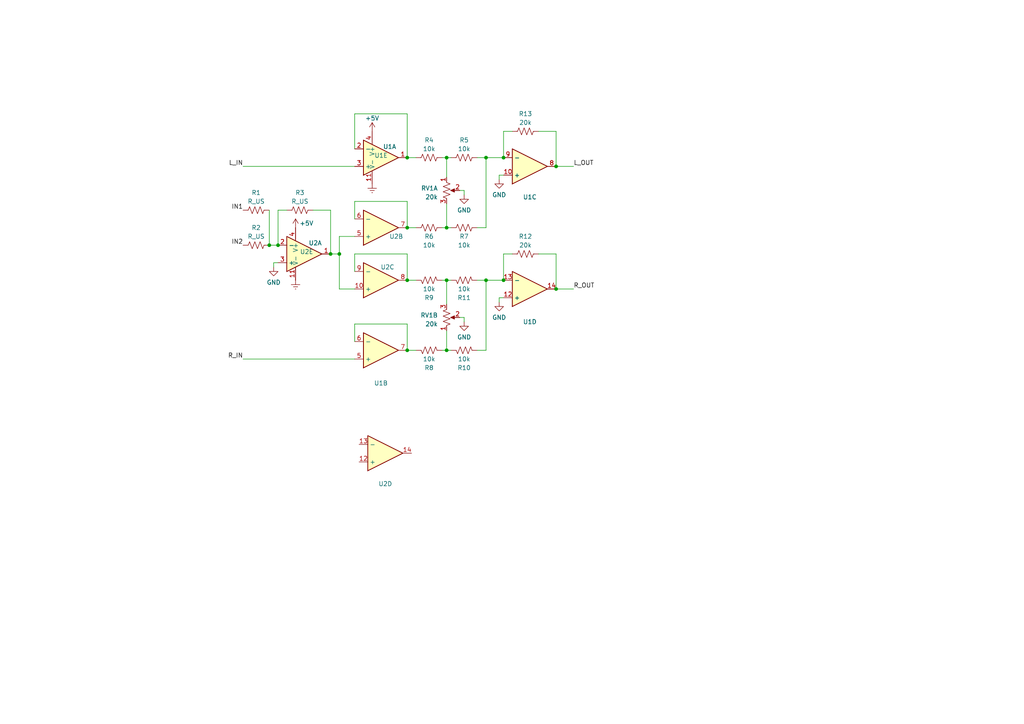
<source format=kicad_sch>
(kicad_sch (version 20230121) (generator eeschema)
  (paper "A4")
  (lib_symbols
    (symbol "Device:Opamp_Quad"
      (property "Reference" "U" (at 0 5.08 0))
      (property "Value" "Opamp_Quad" (at 0 -5.08 0))
      (symbol "Opamp_Quad_1_1"
        (polyline (pts (xy -5.08 5.08) (xy 5.08 0) (xy -5.08 -5.08) (xy -5.08 5.08)) (stroke (width 0.254)) (fill (type background)))
        (pin output line (at 7.62 0 180) (length 2.54) (name "~") (number "1"))
        (pin input line (at -7.62 -2.54 0) (length 2.54) (name "-") (number "2"))
        (pin input line (at -7.62 2.54 0) (length 2.54) (name "+") (number "3"))
      )
      (symbol "Opamp_Quad_2_1"
        (polyline (pts (xy -5.08 5.08) (xy 5.08 0) (xy -5.08 -5.08) (xy -5.08 5.08)) (stroke (width 0.254)) (fill (type background)))
        (pin input line (at -7.62 2.54 0) (length 2.54) (name "+") (number "5"))
        (pin input line (at -7.62 -2.54 0) (length 2.54) (name "-") (number "6"))
        (pin output line (at 7.62 0 180) (length 2.54) (name "~") (number "7"))
      )
      (symbol "Opamp_Quad_3_1"
        (polyline (pts (xy -5.08 5.08) (xy 5.08 0) (xy -5.08 -5.08) (xy -5.08 5.08)) (stroke (width 0.254)) (fill (type background)))
        (pin input line (at -7.62 2.54 0) (length 2.54) (name "+") (number "10"))
        (pin output line (at 7.62 0 180) (length 2.54) (name "~") (number "8"))
        (pin input line (at -7.62 -2.54 0) (length 2.54) (name "-") (number "9"))
      )
      (symbol "Opamp_Quad_4_1"
        (polyline (pts (xy -5.08 5.08) (xy 5.08 0) (xy -5.08 -5.08) (xy -5.08 5.08)) (stroke (width 0.254)) (fill (type background)))
        (pin input line (at -7.62 2.54 0) (length 2.54) (name "+") (number "12"))
        (pin input line (at -7.62 -2.54 0) (length 2.54) (name "-") (number "13"))
        (pin output line (at 7.62 0 180) (length 2.54) (name "~") (number "14"))
      )
      (symbol "Opamp_Quad_5_1"
        (pin power_in line (at -2.54 -7.62 90) (length 3.81) (name "V-") (number "11"))
        (pin power_in line (at -2.54 7.62 270) (length 3.81) (name "V+") (number "4"))
      )
    )
    (symbol "Device:R_US" (pin_numbers hide) (pin_names (offset 0))
      (property "Reference" "R" (at 2.54 0 90))
      (property "Value" "R_US" (at -2.54 0 90))
      (symbol "R_US_0_1"
        (polyline (pts (xy 0 -2.286) (xy 0 -2.54)))
        (polyline (pts (xy 0 2.286) (xy 0 2.54)))
        (polyline (pts (xy 0 -0.762) (xy 1.016 -1.143) (xy 0 -1.524) (xy -1.016 -1.905) (xy 0 -2.286)))
        (polyline (pts (xy 0 0.762) (xy 1.016 0.381) (xy 0 0) (xy -1.016 -0.381) (xy 0 -0.762)))
        (polyline (pts (xy 0 2.286) (xy 1.016 1.905) (xy 0 1.524) (xy -1.016 1.143) (xy 0 0.762)))
      )
      (symbol "R_US_1_1"
        (pin passive line (at 0 3.81 270) (length 1.27) (name "~") (number "1"))
        (pin passive line (at 0 -3.81 90) (length 1.27) (name "~") (number "2"))
      )
    )
    (symbol "openmic:R_Potentiometer_US_Dual" (pin_names (offset 1.016) hide)
      (property "Reference" "RV" (at -4.445 0 90))
      (property "Value" "R_Potentiometer_US_Dual" (at -2.54 0 90))
      (symbol "R_Potentiometer_US_Dual_0_1"
        (polyline (pts (xy 0 -2.286) (xy 0 -2.54)))
        (polyline (pts (xy 0 2.54) (xy 0 2.286)))
        (polyline (pts (xy 2.54 0) (xy 1.524 0)))
        (polyline (pts (xy 1.143 0) (xy 2.286 0.508) (xy 2.286 -0.508) (xy 1.143 0)) (fill (type outline)))
        (polyline (pts (xy 0 -0.762) (xy 1.016 -1.143) (xy 0 -1.524) (xy -1.016 -1.905) (xy 0 -2.286)))
        (polyline (pts (xy 0 0.762) (xy 1.016 0.381) (xy 0 0) (xy -1.016 -0.381) (xy 0 -0.762)))
        (polyline (pts (xy 0 2.286) (xy 1.016 1.905) (xy 0 1.524) (xy -1.016 1.143) (xy 0 0.762)))
      )
      (symbol "R_Potentiometer_US_Dual_1_1"
        (pin passive line (at 0 3.81 270) (length 1.27) (name "1") (number "1"))
        (pin passive line (at 3.81 0 180) (length 1.27) (name "2") (number "2"))
        (pin passive line (at 0 -3.81 90) (length 1.27) (name "3") (number "3"))
      )
      (symbol "R_Potentiometer_US_Dual_2_1"
        (pin passive line (at 0 3.81 270) (length 1.27) (name "1") (number "1"))
        (pin passive line (at 3.81 0 180) (length 1.27) (name "2") (number "2"))
        (pin passive line (at 0 -3.81 90) (length 1.27) (name "3") (number "3"))
      )
    )
    (symbol "power:+5V" (power) (pin_names (offset 0))
      (property "Value" "+5V" (at 0 3.556 0))
      (symbol "+5V_0_1"
        (polyline (pts (xy -0.762 1.27) (xy 0 2.54)))
        (polyline (pts (xy 0 0) (xy 0 2.54)))
        (polyline (pts (xy 0 2.54) (xy 0.762 1.27)))
      )
      (symbol "+5V_1_1"
        (pin power_in line (at 0 0 90) (length 0) hide (name "+5V") (number "1"))
      )
    )
    (symbol "power:Earth" (power) (pin_names (offset 0))
      (symbol "Earth_0_1"
        (polyline (pts (xy -0.635 -1.905) (xy 0.635 -1.905)))
        (polyline (pts (xy -0.127 -2.54) (xy 0.127 -2.54)))
        (polyline (pts (xy 0 -1.27) (xy 0 0)))
        (polyline (pts (xy 1.27 -1.27) (xy -1.27 -1.27)))
      )
      (symbol "Earth_1_1"
        (pin power_in line (at 0 0 270) (length 0) hide (name "Earth") (number "1"))
      )
    )
    (symbol "power:GND" (power) (pin_names (offset 0))
      (property "Value" "GND" (at 0 -3.81 0))
      (symbol "GND_0_1"
        (polyline (pts (xy 0 0) (xy 0 -1.27) (xy 1.27 -1.27) (xy 0 -2.54) (xy -1.27 -1.27) (xy 0 -1.27)))
      )
      (symbol "GND_1_1"
        (pin power_in line (at 0 0 270) (length 0) hide (name "GND") (number "1"))
      )
    )
  )
  (junction (at 118.11 45.72))
  (junction (at 140.97 45.72))
  (junction (at 146.05 81.28))
  (junction (at 129.54 66.04))
  (junction (at 118.11 66.04))
  (junction (at 140.97 81.28))
  (junction (at 80.645 71.12))
  (junction (at 118.11 101.6))
  (junction (at 146.05 45.72))
  (junction (at 129.54 45.72))
  (junction (at 118.11 81.28))
  (junction (at 78.105 71.12))
  (junction (at 129.54 101.6))
  (junction (at 161.29 83.82))
  (junction (at 98.425 73.66))
  (junction (at 161.29 48.26))
  (junction (at 129.54 81.28))
  (junction (at 95.885 73.66))
  (wire (pts (xy 156.21 73.66) (xy 161.29 73.66)))
  (wire (pts (xy 138.43 101.6) (xy 140.97 101.6)))
  (wire (pts (xy 70.485 48.26) (xy 102.87 48.26)))
  (wire (pts (xy 138.43 66.04) (xy 140.97 66.04)))
  (wire (pts (xy 102.87 63.5) (xy 102.87 58.42)))
  (wire (pts (xy 138.43 81.28) (xy 140.97 81.28)))
  (wire (pts (xy 78.105 60.96) (xy 78.105 71.12)))
  (wire (pts (xy 120.65 81.28) (xy 118.11 81.28)))
  (wire (pts (xy 140.97 45.72) (xy 146.05 45.72)))
  (wire (pts (xy 134.62 93.345) (xy 134.62 92.075)))
  (wire (pts (xy 144.78 50.8) (xy 146.05 50.8)))
  (wire (pts (xy 98.425 68.58) (xy 102.87 68.58)))
  (wire (pts (xy 102.87 43.18) (xy 102.87 33.02)))
  (wire (pts (xy 138.43 45.72) (xy 140.97 45.72)))
  (wire (pts (xy 161.29 48.26) (xy 166.37 48.26)))
  (wire (pts (xy 80.645 71.12) (xy 80.645 60.96)))
  (wire (pts (xy 148.59 73.66) (xy 146.05 73.66)))
  (wire (pts (xy 79.375 77.47) (xy 79.375 76.2)))
  (wire (pts (xy 129.54 101.6) (xy 130.81 101.6)))
  (wire (pts (xy 161.29 83.82) (xy 166.37 83.82)))
  (wire (pts (xy 146.05 73.66) (xy 146.05 81.28)))
  (wire (pts (xy 140.97 81.28) (xy 146.05 81.28)))
  (wire (pts (xy 102.87 58.42) (xy 118.11 58.42)))
  (wire (pts (xy 95.885 60.96) (xy 95.885 73.66)))
  (wire (pts (xy 120.65 101.6) (xy 118.11 101.6)))
  (wire (pts (xy 129.54 45.72) (xy 130.81 45.72)))
  (wire (pts (xy 129.54 66.04) (xy 130.81 66.04)))
  (wire (pts (xy 134.62 56.515) (xy 134.62 55.245)))
  (wire (pts (xy 128.27 45.72) (xy 129.54 45.72)))
  (wire (pts (xy 118.11 58.42) (xy 118.11 66.04)))
  (wire (pts (xy 79.375 76.2) (xy 80.645 76.2)))
  (wire (pts (xy 78.105 71.12) (xy 80.645 71.12)))
  (wire (pts (xy 118.11 66.04) (xy 120.65 66.04)))
  (wire (pts (xy 98.425 73.66) (xy 98.425 83.82)))
  (wire (pts (xy 102.87 83.82) (xy 98.425 83.82)))
  (wire (pts (xy 118.11 33.02) (xy 118.11 45.72)))
  (wire (pts (xy 128.27 101.6) (xy 129.54 101.6)))
  (wire (pts (xy 134.62 92.075) (xy 133.35 92.075)))
  (wire (pts (xy 140.97 45.72) (xy 140.97 66.04)))
  (wire (pts (xy 102.87 93.98) (xy 118.11 93.98)))
  (wire (pts (xy 102.87 33.02) (xy 118.11 33.02)))
  (wire (pts (xy 129.54 59.055) (xy 129.54 66.04)))
  (wire (pts (xy 102.87 99.06) (xy 102.87 93.98)))
  (wire (pts (xy 90.805 60.96) (xy 95.885 60.96)))
  (wire (pts (xy 140.97 101.6) (xy 140.97 81.28)))
  (wire (pts (xy 80.645 60.96) (xy 83.185 60.96)))
  (wire (pts (xy 95.885 73.66) (xy 98.425 73.66)))
  (wire (pts (xy 102.87 73.66) (xy 118.11 73.66)))
  (wire (pts (xy 144.78 86.36) (xy 146.05 86.36)))
  (wire (pts (xy 118.11 73.66) (xy 118.11 81.28)))
  (wire (pts (xy 148.59 38.1) (xy 146.05 38.1)))
  (wire (pts (xy 70.485 104.14) (xy 102.87 104.14)))
  (wire (pts (xy 144.78 87.63) (xy 144.78 86.36)))
  (wire (pts (xy 156.21 38.1) (xy 161.29 38.1)))
  (wire (pts (xy 129.54 95.885) (xy 129.54 101.6)))
  (wire (pts (xy 98.425 73.66) (xy 98.425 68.58)))
  (wire (pts (xy 161.29 38.1) (xy 161.29 48.26)))
  (wire (pts (xy 128.27 81.28) (xy 129.54 81.28)))
  (wire (pts (xy 134.62 55.245) (xy 133.35 55.245)))
  (wire (pts (xy 144.78 52.07) (xy 144.78 50.8)))
  (wire (pts (xy 128.27 66.04) (xy 129.54 66.04)))
  (wire (pts (xy 161.29 73.66) (xy 161.29 83.82)))
  (wire (pts (xy 102.87 78.74) (xy 102.87 73.66)))
  (wire (pts (xy 129.54 88.265) (xy 129.54 81.28)))
  (wire (pts (xy 129.54 51.435) (xy 129.54 45.72)))
  (wire (pts (xy 129.54 81.28) (xy 130.81 81.28)))
  (wire (pts (xy 118.11 93.98) (xy 118.11 101.6)))
  (wire (pts (xy 146.05 38.1) (xy 146.05 45.72)))
  (wire (pts (xy 118.11 45.72) (xy 120.65 45.72)))
  (label "IN2" (at 70.485 71.12 180))
  (label "IN1" (at 70.485 60.96 180))
  (label "L_OUT" (at 166.37 48.26 0))
  (label "L_IN" (at 70.485 48.26 180))
  (label "R_IN" (at 70.485 104.14 180))
  (label "R_OUT" (at 166.37 83.82 0))
  (symbol (lib_id "power:+5V") (at 107.95 38.1 0) (unit 1)
    (property "Reference" "#PWR04" (effects hide))
    (property "Value" "+5V" (at 107.95 34.29 0))
  )
  (symbol (lib_id "Device:Opamp_Quad") (at 153.67 48.26 0) (mirror x) (unit 3)
    (property "Reference" "U1" (at 153.67 57.15 0))
    (property "Value" "Opamp_Quad" (effects hide))
  )
  (symbol (lib_id "power:GND") (at 134.62 93.345 0) (unit 1)
    (property "Reference" "#PWR08" (effects hide))
    (property "Value" "GND" (at 134.62 97.79 0))
  )
  (symbol (lib_id "Device:R_US") (at 86.995 60.96 90) (unit 1)
    (property "Reference" "R3" (at 86.995 55.88 90))
    (property "Value" "R_US" (at 86.995 58.42 90))
  )
  (symbol (lib_id "Device:R_US") (at 124.46 45.72 90) (unit 1)
    (property "Reference" "R4" (at 124.46 40.64 90))
    (property "Value" "10k" (at 124.46 43.18 90))
  )
  (symbol (lib_id "Device:R_US") (at 124.46 81.28 90) (mirror x) (unit 1)
    (property "Reference" "R9" (at 124.46 86.36 90))
    (property "Value" "10k" (at 124.46 83.82 90))
  )
  (symbol (lib_id "power:Earth") (at 85.725 81.28 0) (unit 1)
    (property "Reference" "#PWR03" (effects hide))
    (property "Value" "Earth" (effects hide))
  )
  (symbol (lib_id "Device:R_US") (at 74.295 71.12 90) (unit 1)
    (property "Reference" "R2" (at 74.295 66.04 90))
    (property "Value" "R_US" (at 74.295 68.58 90))
  )
  (symbol (lib_id "Device:Opamp_Quad") (at 88.265 73.66 0) (unit 5)
    (property "Reference" "U2" (at 86.995 73.025 0) (effects (justify left)))
    (property "Value" "Opamp_Quad" (effects hide))
  )
  (symbol (lib_id "openmic:R_Potentiometer_US_Dual") (at 129.54 55.245 0) (unit 1)
    (property "Reference" "RV1" (at 127 54.61 0) (effects (justify right)))
    (property "Value" "20k" (at 127 57.15 0) (effects (justify right)))
  )
  (symbol (lib_id "Device:Opamp_Quad") (at 110.49 101.6 0) (mirror x) (unit 2)
    (property "Reference" "U1" (at 110.49 111.125 0))
    (property "Value" "Opamp_Quad" (effects hide))
  )
  (symbol (lib_id "Device:R_US") (at 134.62 101.6 90) (mirror x) (unit 1)
    (property "Reference" "R10" (at 134.62 106.68 90))
    (property "Value" "10k" (at 134.62 104.14 90))
  )
  (symbol (lib_id "Device:Opamp_Quad") (at 110.49 45.72 0) (unit 5)
    (property "Reference" "U1" (at 108.585 45.085 0) (effects (justify left)))
    (property "Value" "Opamp_Quad" (effects hide))
  )
  (symbol (lib_id "Device:R_US") (at 152.4 38.1 90) (unit 1)
    (property "Reference" "R13" (at 152.4 33.02 90))
    (property "Value" "20k" (at 152.4 35.56 90))
  )
  (symbol (lib_id "power:Earth") (at 107.95 53.34 0) (unit 1)
    (property "Reference" "#PWR05" (effects hide))
    (property "Value" "Earth" (effects hide))
  )
  (symbol (lib_id "Device:Opamp_Quad") (at 110.49 66.04 0) (mirror x) (unit 2)
    (property "Reference" "U2" (at 114.935 68.58 0))
    (property "Value" "Opamp_Quad" (effects hide))
  )
  (symbol (lib_id "power:+5V") (at 85.725 66.04 0) (unit 1)
    (property "Reference" "#PWR02" (effects hide))
    (property "Value" "+5V" (at 88.9 64.77 0))
  )
  (symbol (lib_id "Device:R_US") (at 152.4 73.66 90) (unit 1)
    (property "Reference" "R12" (at 152.4 68.58 90))
    (property "Value" "20k" (at 152.4 71.12 90))
  )
  (symbol (lib_id "Device:R_US") (at 134.62 81.28 90) (mirror x) (unit 1)
    (property "Reference" "R11" (at 134.62 86.36 90))
    (property "Value" "10k" (at 134.62 83.82 90))
  )
  (symbol (lib_id "Device:R_US") (at 74.295 60.96 90) (unit 1)
    (property "Reference" "R1" (at 74.295 55.88 90))
    (property "Value" "R_US" (at 74.295 58.42 90))
  )
  (symbol (lib_id "power:GND") (at 79.375 77.47 0) (unit 1)
    (property "Reference" "#PWR01" (effects hide))
    (property "Value" "GND" (at 79.375 81.915 0))
  )
  (symbol (lib_id "power:GND") (at 134.62 56.515 0) (unit 1)
    (property "Reference" "#PWR06" (effects hide))
    (property "Value" "GND" (at 134.62 60.96 0))
  )
  (symbol (lib_id "Device:Opamp_Quad") (at 153.67 83.82 0) (mirror x) (unit 4)
    (property "Reference" "U1" (at 153.67 93.345 0))
    (property "Value" "Opamp_Quad" (effects hide))
  )
  (symbol (lib_id "power:GND") (at 144.78 52.07 0) (unit 1)
    (property "Reference" "#PWR07" (effects hide))
    (property "Value" "GND" (at 144.78 56.515 0))
  )
  (symbol (lib_id "Device:Opamp_Quad") (at 110.49 45.72 0) (mirror x) (unit 1)
    (property "Reference" "U1" (at 113.03 42.545 0))
    (property "Value" "Opamp_Quad" (effects hide))
  )
  (symbol (lib_id "Device:Opamp_Quad") (at 88.265 73.66 0) (mirror x) (unit 1)
    (property "Reference" "U2" (at 91.44 70.485 0))
    (property "Value" "Opamp_Quad" (effects hide))
  )
  (symbol (lib_id "Device:Opamp_Quad") (at 111.76 131.445 0) (mirror x) (unit 4)
    (property "Reference" "U2" (at 111.76 140.335 0))
    (property "Value" "Opamp_Quad" (effects hide))
  )
  (symbol (lib_id "power:GND") (at 144.78 87.63 0) (unit 1)
    (property "Reference" "#PWR09" (effects hide))
    (property "Value" "GND" (at 144.78 92.075 0))
  )
  (symbol (lib_id "Device:Opamp_Quad") (at 110.49 81.28 0) (mirror x) (unit 3)
    (property "Reference" "U2" (at 112.395 77.47 0))
    (property "Value" "Opamp_Quad" (effects hide))
  )
  (symbol (lib_id "Device:R_US") (at 134.62 66.04 90) (unit 1)
    (property "Reference" "R7" (at 134.62 68.58 90))
    (property "Value" "10k" (at 134.62 71.12 90))
  )
  (symbol (lib_id "openmic:R_Potentiometer_US_Dual") (at 129.54 92.075 0) (mirror x) (unit 2)
    (property "Reference" "RV1" (at 127 91.44 0) (effects (justify right)))
    (property "Value" "20k" (at 127 93.98 0) (effects (justify right)))
  )
  (symbol (lib_id "Device:R_US") (at 124.46 66.04 90) (unit 1)
    (property "Reference" "R6" (at 124.46 68.58 90))
    (property "Value" "10k" (at 124.46 71.12 90))
  )
  (symbol (lib_id "Device:R_US") (at 124.46 101.6 90) (mirror x) (unit 1)
    (property "Reference" "R8" (at 124.46 106.68 90))
    (property "Value" "10k" (at 124.46 104.14 90))
  )
  (symbol (lib_id "Device:R_US") (at 134.62 45.72 90) (unit 1)
    (property "Reference" "R5" (at 134.62 40.64 90))
    (property "Value" "10k" (at 134.62 43.18 90))
  )
)
</source>
